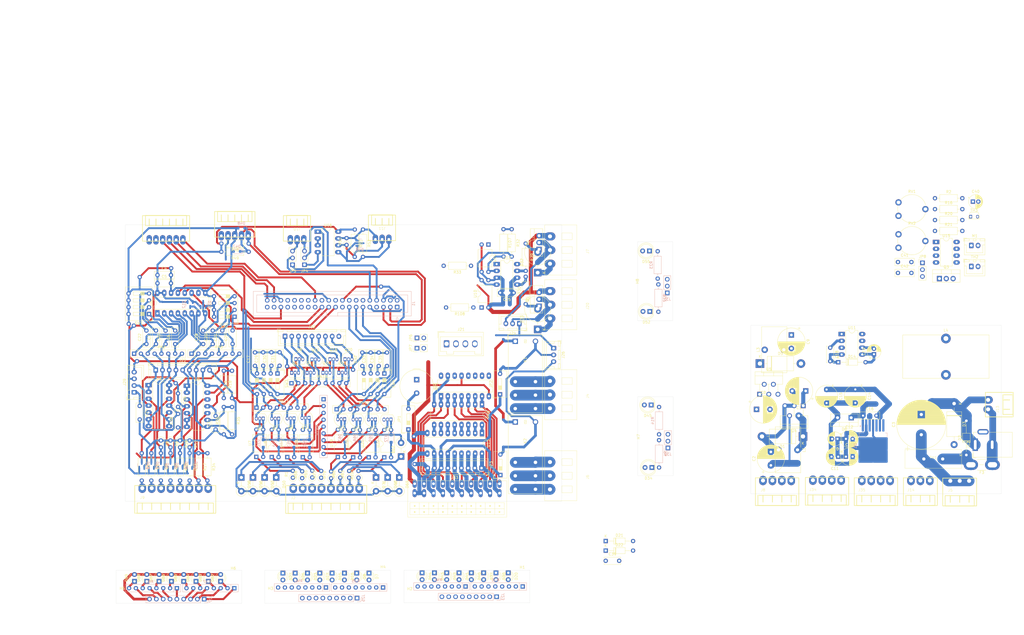
<source format=kicad_pcb>
(kicad_pcb
	(version 20240108)
	(generator "pcbnew")
	(generator_version "8.0")
	(general
		(thickness 1.6)
		(legacy_teardrops no)
	)
	(paper "A3")
	(layers
		(0 "F.Cu" signal)
		(31 "B.Cu" signal)
		(32 "B.Adhes" user "B.Adhesive")
		(33 "F.Adhes" user "F.Adhesive")
		(34 "B.Paste" user)
		(35 "F.Paste" user)
		(36 "B.SilkS" user "B.Silkscreen")
		(37 "F.SilkS" user "F.Silkscreen")
		(38 "B.Mask" user)
		(39 "F.Mask" user)
		(40 "Dwgs.User" user "User.Drawings")
		(41 "Cmts.User" user "User.Comments")
		(42 "Eco1.User" user "User.Eco1")
		(43 "Eco2.User" user "User.Eco2")
		(44 "Edge.Cuts" user)
		(45 "Margin" user)
		(46 "B.CrtYd" user "B.Courtyard")
		(47 "F.CrtYd" user "F.Courtyard")
		(48 "B.Fab" user)
		(49 "F.Fab" user)
		(50 "User.1" user)
		(51 "User.2" user)
		(52 "User.3" user)
		(53 "User.4" user)
		(54 "User.5" user)
		(55 "User.6" user)
		(56 "User.7" user)
		(57 "User.8" user)
		(58 "User.9" user)
	)
	(setup
		(pad_to_mask_clearance 0)
		(allow_soldermask_bridges_in_footprints no)
		(pcbplotparams
			(layerselection 0x00010fc_ffffffff)
			(plot_on_all_layers_selection 0x0000000_00000000)
			(disableapertmacros no)
			(usegerberextensions no)
			(usegerberattributes yes)
			(usegerberadvancedattributes yes)
			(creategerberjobfile yes)
			(dashed_line_dash_ratio 12.000000)
			(dashed_line_gap_ratio 3.000000)
			(svgprecision 4)
			(plotframeref no)
			(viasonmask no)
			(mode 1)
			(useauxorigin no)
			(hpglpennumber 1)
			(hpglpenspeed 20)
			(hpglpendiameter 15.000000)
			(pdf_front_fp_property_popups yes)
			(pdf_back_fp_property_popups yes)
			(dxfpolygonmode yes)
			(dxfimperialunits yes)
			(dxfusepcbnewfont yes)
			(psnegative no)
			(psa4output no)
			(plotreference yes)
			(plotvalue yes)
			(plotfptext yes)
			(plotinvisibletext no)
			(sketchpadsonfab no)
			(subtractmaskfromsilk no)
			(outputformat 1)
			(mirror no)
			(drillshape 1)
			(scaleselection 1)
			(outputdirectory "")
		)
	)
	(net 0 "")
	(net 1 "+5V")
	(net 2 "/Buzzer")
	(net 3 "+24V filtered")
	(net 4 "GND")
	(net 5 "+3V3")
	(net 6 "/ADC_CH3")
	(net 7 "/ADC_CH1")
	(net 8 "+12V")
	(net 9 "Net-(D6-K)")
	(net 10 "Net-(U1-BOOT)")
	(net 11 "/Dig-IN_1")
	(net 12 "Net-(U11-CAP+)")
	(net 13 "Net-(D14-K)")
	(net 14 "-5V")
	(net 15 "/ADC_CH5")
	(net 16 "/ADC_CH6")
	(net 17 "/ADC_CH0")
	(net 18 "/ADC_CH2")
	(net 19 "/ADC_CH7")
	(net 20 "/ADC_CH4")
	(net 21 "/Dig-IN_2")
	(net 22 "/Dig-IN_3")
	(net 23 "/Dig-IN_4")
	(net 24 "/Dig-IN_5")
	(net 25 "/Dig-IN_6")
	(net 26 "/Dig-IN_7")
	(net 27 "/Dig-IN_8")
	(net 28 "Net-(D1-K)")
	(net 29 "Net-(D2-K)")
	(net 30 "Net-(D5-K)")
	(net 31 "OUT_Digital_1_open-drain")
	(net 32 "Net-(U3C-+)")
	(net 33 "Net-(U3D-+)")
	(net 34 "IN_Analog_6 (0-20mA)")
	(net 35 "IN_Analog_7 (0-20mA)")
	(net 36 "Net-(U9B-+)")
	(net 37 "/OUT_PWM_1_diode")
	(net 38 "/OUT_PWM_2_diode")
	(net 39 "Net-(D34-A)")
	(net 40 "Net-(U9A-+)")
	(net 41 "OUT_Digital_2_open-drain")
	(net 42 "OUT_Digital_3_open-drain")
	(net 43 "OUT_Digital_4_open-drain")
	(net 44 "OUT_Digital_5_open-drain")
	(net 45 "Net-(U3A-+)")
	(net 46 "I2C_SDA")
	(net 47 "RS485_B")
	(net 48 "RS485_A")
	(net 49 "Net-(D50-A1)")
	(net 50 "Net-(D51-A)")
	(net 51 "Net-(D53-A1)")
	(net 52 "Net-(D54-A)")
	(net 53 "Net-(D56-A1)")
	(net 54 "Net-(D57-A)")
	(net 55 "Net-(D59-A1)")
	(net 56 "Net-(D60-A)")
	(net 57 "Net-(D62-A1)")
	(net 58 "Net-(D63-A)")
	(net 59 "Net-(D65-A1)")
	(net 60 "Net-(D66-A)")
	(net 61 "Net-(D68-A1)")
	(net 62 "Net-(D69-A)")
	(net 63 "Net-(D71-A1)")
	(net 64 "Net-(D72-A)")
	(net 65 "+BATT")
	(net 66 "unconnected-(J1-ID_SD{slash}GPIO0-Pad27)")
	(net 67 "/SPI_CE0_ADC")
	(net 68 "Net-(J1-3V3-Pad1)")
	(net 69 "/SPI0_miso_ADC")
	(net 70 "/UART_DIR-T")
	(net 71 "/SPI0_mosi_ADC")
	(net 72 "/SPI0_sclk_ADC")
	(net 73 "/UART_TX")
	(net 74 "/SPI1_miso_FREE")
	(net 75 "/SR-OUT_latch")
	(net 76 "/SPI1_mosi_FREE")
	(net 77 "/SR-OUT_clock")
	(net 78 "/SR-OUT_data")
	(net 79 "unconnected-(J1-ID_SC{slash}GPIO1-Pad28)")
	(net 80 "/SPI1_CE_FREE")
	(net 81 "/UART_RX")
	(net 82 "/OUT_PWM_2")
	(net 83 "/SPI1_sclk_FREE")
	(net 84 "/OUT_PWM_1")
	(net 85 "IN_Digital_8")
	(net 86 "IN_Digital_5")
	(net 87 "IN_Digital_2")
	(net 88 "IN_Digital_3")
	(net 89 "IN_Digital_4")
	(net 90 "IN_Digital_6")
	(net 91 "IN_Digital_7")
	(net 92 "IN_Digital_1")
	(net 93 "OUT_Digital_8")
	(net 94 "OUT_Digital_7_open-drain")
	(net 95 "OUT_Digital_2")
	(net 96 "OUT_Digital_4")
	(net 97 "OUT_Digital_5")
	(net 98 "OUT_Digital_6")
	(net 99 "OUT_Digital_3")
	(net 100 "OUT_Digital_7")
	(net 101 "OUT_Digital_8_open-drain")
	(net 102 "OUT_Digital_1")
	(net 103 "OUT_Digital_6_open-drain")
	(net 104 "Net-(J4-Pin_1)")
	(net 105 "Net-(J4-Pin_2)")
	(net 106 "Net-(J4-Pin_3)")
	(net 107 "OUT_Digital_COM_open-drain")
	(net 108 "Net-(J6-Pin_1)")
	(net 109 "Net-(J6-Pin_3)")
	(net 110 "Net-(J6-Pin_2)")
	(net 111 "IN_Analog_1 (0-3.3V)")
	(net 112 "IN_Analog_5 (0-24V)")
	(net 113 "IN_Analog_4 (0-12V)")
	(net 114 "IN_Analog_2 (0-5V)")
	(net 115 "IN_Analog_0 (0-3.3V)")
	(net 116 "IN_Analog_3 (0-5V)")
	(net 117 "Net-(Q1-G)")
	(net 118 "Net-(Q2-G)")
	(net 119 "Net-(Q2-D)")
	(net 120 "Net-(Q5-G)")
	(net 121 "Net-(C17-Pad1)")
	(net 122 "Net-(Q7-G)")
	(net 123 "Net-(Q7-D)")
	(net 124 "Net-(C29-Pad1)")
	(net 125 "Net-(Q9-G)")
	(net 126 "Net-(C30-Pad1)")
	(net 127 "Net-(Q10-G)")
	(net 128 "Net-(Q11-D)")
	(net 129 "Net-(Q11-G)")
	(net 130 "Net-(C31-Pad1)")
	(net 131 "Net-(Q13-G)")
	(net 132 "Net-(Q13-D)")
	(net 133 "Net-(C32-Pad1)")
	(net 134 "Net-(Q15-D)")
	(net 135 "Net-(Q15-G)")
	(net 136 "Net-(C33-Pad1)")
	(net 137 "Net-(Q17-G)")
	(net 138 "Net-(Q17-D)")
	(net 139 "Net-(C34-Pad1)")
	(net 140 "Net-(Q19-D)")
	(net 141 "Net-(Q19-G)")
	(net 142 "Net-(C35-Pad1)")
	(net 143 "Net-(U9C--)")
	(net 144 "Net-(U12-~{OUTA})")
	(net 145 "Net-(U12-~{OUTB})")
	(net 146 "Net-(U12-INB)")
	(net 147 "Net-(R33-Pad1)")
	(net 148 "Net-(U9D--)")
	(net 149 "Net-(U12-INA)")
	(net 150 "Net-(R108-Pad1)")
	(net 151 "unconnected-(U1-EN-Pad7)")
	(net 152 "unconnected-(U1-NC-Pad5)")
	(net 153 "unconnected-(U2-QH'-Pad9)")
	(net 154 "unconnected-(U11-OSC-Pad7)")
	(net 155 "unconnected-(U11-NC-Pad1)")
	(net 156 "unconnected-(U12-NC-Pad8)")
	(net 157 "unconnected-(U12-NC-Pad1)")
	(net 158 "Net-(U3B-+)")
	(net 159 "Net-(D45-K)")
	(net 160 "/LED_analog-CH6")
	(net 161 "/LED_analog-CH2")
	(net 162 "/LED_analog-CH7")
	(net 163 "/LED_analog-CH5")
	(net 164 "/LED_analog-CH0")
	(net 165 "/LED_analog-CH1")
	(net 166 "/LED_analog-CH3")
	(net 167 "/LED_analog-CH4")
	(net 168 "Net-(D10-K)")
	(net 169 "Net-(D7-A)")
	(net 170 "Net-(D8-A)")
	(net 171 "Net-(D10-A)")
	(net 172 "Net-(D15-A)")
	(net 173 "Net-(D17-A)")
	(net 174 "Net-(D23-A)")
	(net 175 "Net-(D26-A)")
	(net 176 "Net-(D27-A)")
	(net 177 "Net-(D82-K)")
	(net 178 "Net-(D82-A)")
	(net 179 "Net-(D83-K)")
	(net 180 "Net-(D84-K)")
	(net 181 "Net-(D85-K)")
	(net 182 "Net-(D86-K)")
	(net 183 "Net-(D87-K)")
	(net 184 "Net-(D88-K)")
	(net 185 "Net-(D89-K)")
	(net 186 "Net-(J25-Pin_8)")
	(net 187 "Net-(J25-Pin_5)")
	(net 188 "Net-(J25-Pin_7)")
	(net 189 "Net-(J25-Pin_2)")
	(net 190 "Net-(J25-Pin_6)")
	(net 191 "Net-(J25-Pin_1)")
	(net 192 "Net-(J25-Pin_4)")
	(net 193 "Net-(J25-Pin_3)")
	(net 194 "Net-(J27-Pin_4)")
	(net 195 "Net-(J27-Pin_8)")
	(net 196 "Net-(J27-Pin_1)")
	(net 197 "Net-(J27-Pin_5)")
	(net 198 "Net-(J27-Pin_6)")
	(net 199 "Net-(J27-Pin_7)")
	(net 200 "Net-(J27-Pin_3)")
	(net 201 "Net-(J27-Pin_2)")
	(net 202 "Net-(D20-A)")
	(net 203 "Net-(D20-K)")
	(net 204 "Net-(D30-K)")
	(net 205 "Net-(D37-K)")
	(net 206 "Net-(D40-K)")
	(net 207 "Net-(D41-K)")
	(net 208 "Net-(D42-K)")
	(net 209 "Net-(D43-K)")
	(net 210 "Net-(D44-K)")
	(net 211 "/LED_digital-out_2")
	(net 212 "/LED_digital-out_8")
	(net 213 "/LED_digital-out_6")
	(net 214 "/LED_digital-out_5")
	(net 215 "/LED_digital-out_4")
	(net 216 "/LED_digital-out_7")
	(net 217 "/LED_digital-out_1")
	(net 218 "/LED_digital-out_3")
	(net 219 "Net-(J23-Pin_1)")
	(net 220 "Net-(J23-Pin_5)")
	(net 221 "Net-(J23-Pin_3)")
	(net 222 "Net-(J23-Pin_2)")
	(net 223 "Net-(J23-Pin_8)")
	(net 224 "Net-(J23-Pin_7)")
	(net 225 "Net-(J23-Pin_4)")
	(net 226 "Net-(J23-Pin_6)")
	(net 227 "/LED_relay-1")
	(net 228 "/LED_PWM-1")
	(net 229 "/LED_PWM-2")
	(net 230 "Net-(D34-K)")
	(net 231 "/LED_relay-2")
	(net 232 "Net-(D52-K)")
	(net 233 "Net-(D52-A)")
	(net 234 "Net-(D55-K)")
	(net 235 "Net-(J30-Pin_3)")
	(net 236 "Net-(J30-Pin_2)")
	(net 237 "Net-(J31-Pin_3)")
	(net 238 "Net-(J31-Pin_2)")
	(net 239 "Net-(RN9-R2.2)")
	(net 240 "Net-(RN9-R8.2)")
	(net 241 "Net-(RN9-R7.2)")
	(net 242 "Net-(RN9-R5.2)")
	(net 243 "Net-(RN9-R1.2)")
	(net 244 "Net-(RN9-R6.2)")
	(net 245 "Net-(RN9-R3.2)")
	(net 246 "Net-(RN9-R4.2)")
	(net 247 "/DIP_EN-Filter-ADC3")
	(net 248 "/DIP_EN-Filter-ADC1")
	(net 249 "/DIP_EN-Filter-ADC5")
	(net 250 "/DIP_EN-Filter-ADC6")
	(net 251 "/DIP_EN-Filter-ADC0")
	(net 252 "/DIP_EN-Filter-ADC2")
	(net 253 "/DIP_EN-Filter-ADC7")
	(net 254 "/DIP_EN-Filter-ADC4")
	(net 255 "unconnected-(J3-Pin_6-Pad6)")
	(net 256 "unconnected-(J3-Pin_5-Pad5)")
	(net 257 "unconnected-(J19-Pin_4-Pad4)")
	(net 258 "unconnected-(J19-Pin_5-Pad5)")
	(net 259 "I2C_SCL")
	(net 260 "Net-(J10-Pin_2)")
	(net 261 "Net-(J10-Pin_1)")
	(net 262 "Net-(JP4-A)")
	(net 263 "Net-(JP5-A)")
	(net 264 "GNDPWR")
	(net 265 "Net-(JP6-A)")
	(net 266 "Net-(U15A-+)")
	(net 267 "Net-(C42-Pad2)")
	(net 268 "Net-(JP8-C)")
	(net 269 "Net-(M1--)")
	(net 270 "Net-(Q3-G)")
	(net 271 "Net-(U15B-+)")
	(net 272 "Net-(R21-Pad2)")
	(net 273 "Net-(U15B--)")
	(net 274 "Net-(U15A--)")
	(footprint "Capacitor_THT:CP_Radial_D10.0mm_P5.00mm" (layer "F.Cu") (at 316.738 143.174323 -90))
	(footprint "Connector_JST:JST_XH_B9B-XH-A_1x09_P2.50mm_Vertical" (layer "F.Cu") (at 128.664 143.68515))
	(footprint "Resistor_THT:R_Axial_DIN0207_L6.3mm_D2.5mm_P2.54mm_Vertical" (layer "F.Cu") (at 151.511 109.728 90))
	(footprint "Button_Switch_THT:SW_DIP_SPSTx04_Slide_9.78x12.34mm_W7.62mm_P2.54mm" (layer "F.Cu") (at 78.1495 135.389 180))
	(footprint "Package_TO_SOT_THT:TO-92_Inline" (layer "F.Cu") (at 131.1235 157.21105))
	(footprint "Package_DIP:DIP-4_W10.16mm" (layer "F.Cu") (at 201.671 132.969 90))
	(footprint "Button_Switch_THT:SW_DIP_SPSTx01_Slide_9.78x4.72mm_W7.62mm_P2.54mm" (layer "F.Cu") (at 174.498 178.2655 90))
	(footprint "Relay_THT:Relay_SPDT_Omron_G2RL-1-E" (layer "F.Cu") (at 214.182 145.522))
	(footprint "Resistor_THT:R_Axial_DIN0207_L6.3mm_D2.5mm_P10.16mm_Horizontal" (layer "F.Cu") (at 99.822 187.0877 -90))
	(footprint "LED_THT:LED_D3.0mm_IRGrey" (layer "F.Cu") (at 91.02905 234.6843 90))
	(footprint "LED_THT:LED_D3.0mm_IRGrey" (layer "F.Cu") (at 127.85905 231.6313 -90))
	(footprint "Capacitor_THT:CP_Radial_D10.0mm_P5.00mm" (layer "F.Cu") (at 322.061651 163.967646 180))
	(footprint "Diode_THT:D_DO-201AD_P15.24mm_Horizontal" (layer "F.Cu") (at 305.054 153.797))
	(footprint "Package_DIP:DIP-8_W7.62mm_LongPads" (layer "F.Cu") (at 140.828 104.785))
	(footprint "Diode_THT:D_DO-15_P5.08mm_Vertical_KathodeUp" (layer "F.Cu") (at 112.4282 196.1055 -90))
	(footprint "custom-footprints1:WAGO 713-1430 MINI HD Stiftleiste gewinkelt 2x10-polig, RM 3,5"
		(layer "F.Cu")
		(uuid "0b9224b3-0f0b-43dd-942d-c7854c058adc")
		(at 192.56 202.93)
		(property "Reference" "J28"
			(at -3.75 10.5 0)
			(unlocked yes)
			(layer "F.SilkS")
			(hide yes)
			(uuid "f2cab4c9-097e-4387-b83a-71c90f96494d")
			(effects
				(font
					(size 1 1)
					(thickness 0.1)
				)
			)
		)
		(property "Value" "8x Digital out (opendrain + push-pull)"
			(at -3.25 9 0)
			(unlocked yes)
			(layer "F.Fab")
			(uuid "24be26db-6b3b-4560-a0ff-306f51858260")
			(effects
				(font
					(size 1 1)
					(thickness 0.15)
				)
			)
		)
		(property "Footprint" "custom-footprints1:WAGO 713-1430 MINI HD Stiftleiste gewinkelt 2x10-polig, RM 3,5"
			(at -15.75 -1 0)
			(unlocked yes)
			(layer "F.Fab")
			(hide yes)
			(uuid "32fa4484-974c-482b-a6f4-7790c4bab8d0")
			(effects
				(font
					(size 1 1)
					(thickness 0.15)
				)
			)
		)
		(property "Datasheet" "https://www.reichelt.com/be/en/shop/product/mini_hd_pin_header_angled_2x10-pin_rm_3_5-100894?nbc=1&trstct=pos_2"
			(at -15.75 -1 0)
			(unlocked yes)
			(layer "F.Fab")
			(hide yes)
			(uuid "3e5f419a-7e8d-4fe3-9371-34e8dec08023")
			(effects
				(font
					(size 1 1)
					(thickness 0.15)
				)
			)
		)
		(property "Description" "Generic screw terminal, single row, 01x20, script generated (kicad-library-utils/schlib/autogen/connector/)"
			(at -15.75 -1 0)
			(unlocked yes)
			(layer "F.Fab")
			(hide yes)
			(uuid "fd4682e7-a49c-48ce-96f7-de84d5a19ed0")
			(effects
				(font
					(size 1 1)
					(thickness 0.15)
				)
			)
		)
		(property ki_fp_filters "TerminalBlock*:*")
		(path "/55786989-b556-48ad-a3ab-f25a283a670c")
		(sheetname "Root")
		(sheetfile "pi-interface-board_v1.0.kicad_sch")
		(attr through_hole)
		(fp_line
			(start -17.5 4.75)
			(end 17.5 4.75)
			(stroke
				(width 0.1)
				(type default)
			)
			(layer "F.SilkS")
			(uuid "12fc1ede-d536-4cdb-9b9f-26504dd6ed7c")
		)
		(fp_line
			(start -14 2.5)
			(end -14 7)
			(stroke
				(width 0.1)
				(type default)
			)
			(layer "F.SilkS")
			(uuid "cf2015eb-aaf6-473c-9858-e5c0ade33d96")
		)
		(fp_line
			(start -10.5 2.5)
			(end -10.5 7)
			(stroke
				(width 0.1)
				(type default)
			)
			(layer "F.SilkS")
			(uuid "683ef6a7-ff95-42fc-8131-208d74269a01")
		)
		(fp_line
			(start -7 2.5)
			(end -7 7)
			(stroke
				(width 0.1)
				(type default)
			)
			(layer "F.SilkS")
			(uuid "4dfa3413-2b2f-45f0-a53e-b33923f8590d")
		)
		(fp_line
			(start -3.5 2.5)
			(end -3.5 7)
			(stroke
				(width 0.1)
				(type default)
			)
			(layer "F.SilkS")
			(uuid "46de22ba-a072-4a91-85f8-f593e56e925b")
		)
		(fp_line
			(start 0 2.5)
			(end 0 7)
			(stroke
				(width 0.1)
				(type default)
			)
			(layer "F.SilkS")
			(uuid "18bc9cfc-e94f-4b6e-897c-55137e04ec09")
		)
		(fp_line
			(start 3.5 2.5)
			(end 3.5 7)
			(stroke
				(width 0.1)
				(type default)
			)
			(layer "F.SilkS")
			(uuid "1cc7d290-3576-4b17-9db3-ece718b44a13")
		)
		(fp_line
			(start 7 2.5)
			(end 7 7)
			(stroke
				(width 0.1)
				(type default)
			)
			(layer "F.SilkS")
			(uuid "6675fd75-b5a8-4528-bdc2-55a535dd6a76")
		)
		(fp_line
			(start 10.5 2.5)
			(end 10.5 7)
			(stroke
				(width 0.1)
				(type default)
			)
			(layer "F.SilkS")
			(uuid "edbf9257-ca16-445f-abbb-dadf06d2836a")
		)
		(fp_line
			(start 14 2.5)
			(end 14 7)
			(stroke
				(width 0.1)
				(type default)
			)
			(layer "F.SilkS")
			(uuid "e49ede3b-80d2-43c0-82f1-f66e0aa2cf46")
		)
		(fp_rect
			(start -18.35 -5.6)
			(end 18.45 7.9)
			(stroke
				(width 0.1)
				(type default)
			)
			(fill none)
			(layer "F.SilkS")
			(uuid "31bb729e-69e9-4715-b4cb-892a256e062b")
		)
		(fp_rect
			(start -17.5 2.5)
			(end 17.5 7)
			(stroke
				(width 0.1)
				(type default)
			)
			(fill none)
			(layer "F.SilkS")
			(uuid "4801873d-7f64-4f16-9acf-d5eb0c70d75a")
		)
		(fp_circle
			(center -15.75 3.75)
			(end -15.5 3.75)
			(stroke
				(width 0.1)
				(type solid)
			)
			(fill solid)
			(layer "F.SilkS")
			(uuid "9354940f-d20c-441f-a77e-dbc43bdddb06")
		)
		(fp_circle
			(center -15.75 6)
			(end -15.5 6)
			(stroke
				(width 0.1)
				(type solid)
			)
			(fill solid)
			(layer "F.SilkS")
			(uuid "e217c708-bb44-4882-96d9-8faa734f3b4e")
		)
		(fp_circle
			(center -12.25 3.75)
			(end -12 3.75)
			(stroke
				(width 0.1)
				(type solid)
			)
			(fill solid)
			(layer "F.SilkS")
			(uuid "b215cdf7-9a6c-4955-8bc7-42c9daf686f4")
		)
		(fp_circle
			(center -12.25 6)
			(end -12 6)
			(stroke
				(width 0.1)
				(type solid)
			)
			(fill solid)
			(layer "F.SilkS")
			(uuid "53f56dfd-d183-4756-9ce3-a90bd32de8a9")
		)
		(fp_circle
			(center -8.75 3.75)
			(end -8.5 3.75)
			(stroke
				(width 0.1)
				(type solid)
			)
			(fill solid)
			(layer "F.SilkS")
			(uuid "3d1169d1-575e-4a45-a77e-044fd03e5377")
		)
		(fp_circle
			(center -8.75 6)
			(end -8.5 6)
			(stroke
				(width 0.1)
				(type solid)
			)
			(fill solid)
			(layer "F.SilkS")
			(uuid "4ef02785-5680-40ac-862a-20bf251fcc7f")
		)
		(fp_circle
			(center -5.25 3.75)
			(end -5 3.75)
			(stroke
				(width 0.1)
				(type solid)
			)
			(fill solid)
			(layer "F.SilkS")
			(uuid "2b0c75ff-fdb6-4b95-ae54-b98a2b6577dd")
		)
		(fp_circle
			(center -5.25 6)
			(end -5 6)
			(stroke
				(width 0.1)
				(type solid)
			)
			(fill solid)
			(layer "F.SilkS")
			(uuid "1d76eb38-2a48-4eda-a081-bad279402646")
		)
		(fp_circle
			(center -1.75 3.75)
			(end -1.5 3.75)
			(stroke
				(width 0.1)
				(type solid)
			)
			(fill solid)
			(layer "F.SilkS")
			(uuid "8f698cdd-46d9-444d-b0ac-2e5d82632b15")
		)
		(fp_circle
			(center -1.75 6)
			(end -1.5 6)
			(stroke
				(width 0.1)
				(type solid)
			)
			(fill solid)
			(layer "F.SilkS")
			(uuid "f4fedef3-06ba-47cf-a870-99bfc14691ab")
		)
		(fp_circle
			(center 1.75 3.75)
			(end 2 3.75)
			(stroke
				(width 0.1)
				(type solid)
			)
			(fill solid)
			(layer "F.SilkS")
			(uuid "c9fc9022-a8b4-42b4-b11a-b466f9dc84e6")
		)
		(fp_circle
			(center 1.75 6)
			(end 2 6)
			(stroke
				(width 0.1)
				(type solid)
			)
			(fill solid)
			(layer "F.SilkS")
			(uuid "6f50586a-32a6-47e7-8fa0-96fc7970bf6c")
		)
		(fp_circle
			(center 5.25 3.75)
			(end 5.5 3.75)
			(stroke
				(width 0.1)
				(type solid)
			)
			(fill solid)
			(layer "F.SilkS")
			(uuid "f5b73840-1d99-4e0c-b7f2-c8b2b190a552")
		)
		(fp_circle
			(center 5.25 6)
			(end 5.5 6)
			(stroke
				(width 0.1)
				(type solid)
			)
			(fill solid)
			(layer "F.SilkS")
			(uuid "64d7effd-
... [2012278 chars truncated]
</source>
